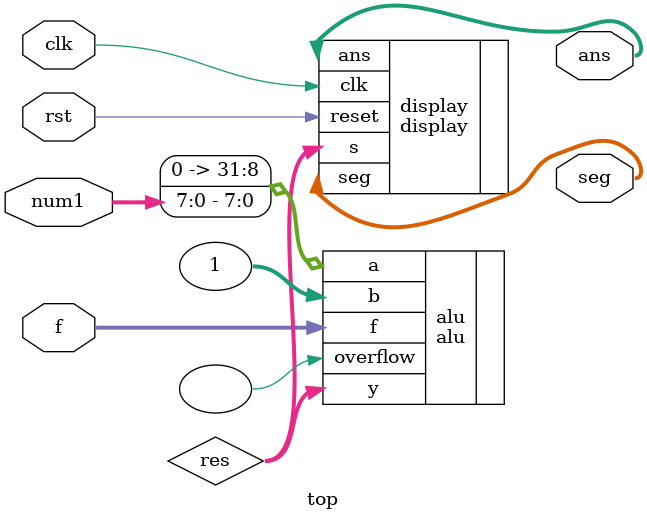
<source format=v>
`timescale 1ns / 1ps


module top(
    input wire clk,rst,
    input wire [7:0]num1,
    input wire [2:0]f,
    // output wire [31:0]res,
    output wire [6:0]seg,
    output wire [7:0]ans
    );

    wire [31:0]res;
    
    display display(
    .clk(clk),
    .reset(rst),
    .s(res),
    .seg(seg),
    .ans(ans)
    );

    alu alu(
    .a({24'b0,num1}),
    .b(32'h0001),
    .f(f),
    .y(res),
    .overflow()
    );

endmodule

</source>
